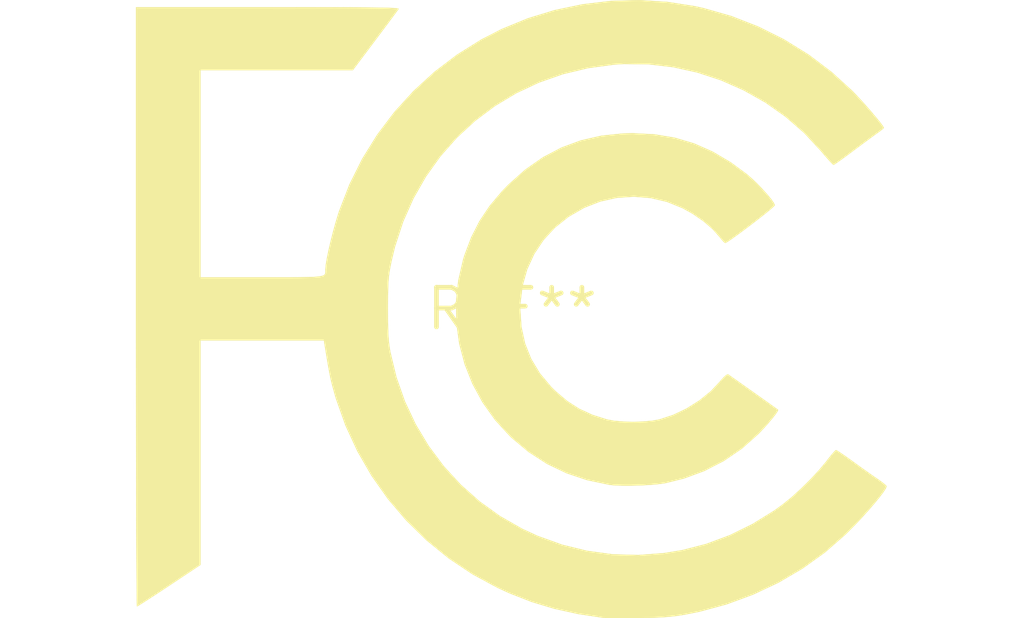
<source format=kicad_pcb>
(kicad_pcb (version 20240108) (generator pcbnew)
  (layers (0 "F.Cu" signal) (31 "B.Cu" signal) (34 "B.Paste" user) (35 "F.Paste" user) (36 "B.SilkS" user "B.Silkscreen") (37 "F.SilkS" user "F.Silkscreen") (38 "B.Mask" user) (39 "F.Mask" user) (44 "Edge.Cuts" user))
  (net 0 "")
  (footprint "FCC-Logo_24.2x20mm_SilkScreen" (layer "F.Cu") (at 0 0)
    (property "Reference" "REF**")
    (property "Value" "FCC-Logo_24.2x20mm_SilkScreen")
    (fp_poly (pts (xy 4.559009 -5.592567) (xy 5.210669 -5.484309) (xy 5.830642 -5.300125) (xy 6.427466 -5.036944) (xy 7.009678 -4.691694) (xy 7.522825 -4.312624) (xy 7.679582 -4.176942) (xy 7.847266 -4.016474) (xy 8.013462 -3.845019) (xy 8.165756 -3.676374) (xy 8.291733 -3.52434) (xy 8.378979 -3.402714) (xy 8.415079 -3.325296) (xy 8.415398 -3.320537) (xy 8.381839 -3.280743) (xy 8.289365 -3.198821) (xy 8.150278 -3.084145) (xy 7.976881 -2.94609) (xy 7.781476 -2.794029) (xy 7.576367 -2.637338) (xy 7.373856 -2.48539) (xy 7.186246 -2.347559) (xy 7.02584 -2.233221) (xy 6.90494 -2.151749) (xy 6.835849 -2.112517) (xy 6.827199 -2.110381) (xy 6.781586 -2.143565) (xy 6.706704 -2.227173) (xy 6.657612 -2.290643) (xy 6.431584 -2.547209) (xy 6.137722 -2.801893) (xy 5.795106 -3.039741) (xy 5.466235 -3.224348) (xy 4.963082 -3.428698) (xy 4.436023 -3.552448) (xy 3.896307 -3.595547) (xy 3.355187 -3.557947) (xy 2.823914 -3.439597) (xy 2.313738 -3.240449) (xy 2.309244 -3.238273) (xy 1.812064 -2.951235) (xy 1.377845 -2.605266) (xy 1.009945 -2.205705) (xy 0.711722 -1.75789) (xy 0.486532 -1.26716) (xy 0.337735 -0.738852) (xy 0.268688 -0.178306) (xy 0.263975 0.013297) (xy 0.302166 0.582378) (xy 0.418424 1.111893) (xy 0.614124 1.605039) (xy 0.890646 2.065013) (xy 1.249367 2.495012) (xy 1.396177 2.64052) (xy 1.76793 2.95556) (xy 2.15304 3.203587) (xy 2.575063 3.397588) (xy 3.037497 3.54524) (xy 3.270483 3.588342) (xy 3.561283 3.613911) (xy 3.88159 3.621948) (xy 4.203094 3.612452) (xy 4.497486 3.585423) (xy 4.719321 3.545252) (xy 5.156875 3.401385) (xy 5.591883 3.193272) (xy 6.002693 2.934397) (xy 6.367651 2.638239) (xy 6.640603 2.349009) (xy 6.763494 2.208407) (xy 6.858356 2.12184) (xy 6.915185 2.098276) (xy 6.918515 2.099808) (xy 6.963579 2.130933) (xy 7.067367 2.203888) (xy 7.217 2.309533) (xy 7.399599 2.438734) (xy 7.602285 2.582353) (xy 7.81218 2.731252) (xy 8.016403 2.876296) (xy 8.202077 3.008347) (xy 8.356321 3.118269) (xy 8.466257 3.196924) (xy 8.519006 3.235176) (xy 8.520432 3.236265) (xy 8.507876 3.278158) (xy 8.446226 3.370281) (xy 8.346679 3.498919) (xy 8.220432 3.65035) (xy 8.078682 3.810858) (xy 7.932626 3.966724) (xy 7.883251 4.01695) (xy 7.359822 4.480236) (xy 6.785157 4.873526) (xy 6.164852 5.193869) (xy 5.5045 5.438313) (xy 4.910979 5.585165) (xy 4.6978 5.616301) (xy 4.428002 5.640723) (xy 4.126278 5.657672) (xy 3.817316 5.666395) (xy 3.525807 5.666133) (xy 3.276442 5.65613) (xy 3.120069 5.640028) (xy 2.405969 5.489948) (xy 1.738107 5.265476) (xy 1.114155 4.96547) (xy 0.531781 4.58879) (xy -0.011344 4.134294) (xy -0.072304 4.076104) (xy -0.543711 3.560838) (xy -0.942863 3.000587) (xy -1.267988 2.402473) (xy -1.517314 1.773617) (xy -1.689071 1.121143) (xy -1.781487 0.452173) (xy -1.792791 -0.226172) (xy -1.72121 -0.906768) (xy -1.564975 -1.582494) (xy -1.517523 -1.73451) (xy -1.301608 -2.30163) (xy -1.038992 -2.816048) (xy -0.718042 -3.296396) (xy -0.327127 -3.761305) (xy -0.115589 -3.980106) (xy 0.420343 -4.458307) (xy 0.98389 -4.853305) (xy 1.577444 -5.166092) (xy 2.203401 -5.397656) (xy 2.864153 -5.54899) (xy 3.562094 -5.621082) (xy 3.867128 -5.62797) (xy 4.559009 -5.592567)) (layer "F.SilkS") (stroke (width 0.01)) (fill solid))
    (fp_poly (pts (xy 4.970906 -9.836868) (xy 5.859971 -9.698157) (xy 6.130276 -9.638453) (xy 7.023353 -9.3826) (xy 7.886799 -9.046236) (xy 8.714198 -8.632933) (xy 9.499135 -8.146259) (xy 10.235192 -7.589786) (xy 10.896803 -6.986289) (xy 11.037781 -6.840506) (xy 11.196004 -6.669098) (xy 11.360754 -6.484624) (xy 11.521314 -6.299646) (xy 11.666965 -6.126724) (xy 11.78699 -5.978419) (xy 11.87067 -5.867291) (xy 11.907289 -5.805901) (xy 11.908058 -5.801165) (xy 11.874585 -5.765536) (xy 11.789895 -5.698739) (xy 11.721293 -5.649483) (xy 11.623043 -5.579176) (xy 11.471126 -5.468059) (xy 11.282013 -5.328287) (xy 11.072175 -5.172014) (xy 10.932295 -5.067217) (xy 10.732621 -4.918665) (xy 10.556833 -4.79057) (xy 10.417071 -4.691561) (xy 10.325475 -4.630269) (xy 10.295098 -4.614192) (xy 10.25587 -4.646177) (xy 10.172695 -4.733673) (xy 10.057074 -4.864005) (xy 9.920507 -5.024495) (xy 9.89407 -5.056231) (xy 9.356558 -5.635882) (xy 8.7595 -6.155905) (xy 8.11084 -6.612977) (xy 7.418519 -7.003775) (xy 6.690477 -7.324975) (xy 5.934658 -7.573253) (xy 5.159003 -7.745287) (xy 4.371452 -7.837752) (xy 3.579949 -7.847326) (xy 3.271267 -7.82782) (xy 2.435367 -7.714586) (xy 1.631576 -7.521646) (xy 0.863964 -7.252591) (xy 0.136601 -6.911011) (xy -0.546442 -6.500499) (xy -1.181094 -6.024643) (xy -1.763285 -5.487037) (xy -2.288944 -4.891269) (xy -2.754001 -4.240932) (xy -3.154386 -3.539617) (xy -3.486027 -2.790913) (xy -3.744854 -1.998413) (xy -3.855666 -1.540627) (xy -3.895314 -1.347084) (xy -3.925009 -1.177982) (xy -3.946203 -1.01486) (xy -3.960348 -0.839257) (xy -3.968894 -0.632711) (xy -3.973293 -0.376761) (xy -3.974996 -0.052946) (xy -3.975063 -0.021972) (xy -3.973986 0.342062) (xy -3.968486 0.635515) (xy -3.957581 0.875629) (xy -3.940289 1.079644) (xy -3.915629 1.264803) (xy -3.894988 1.384256) (xy -3.701166 2.191464) (xy -3.429118 2.966056) (xy -3.082913 3.70295) (xy -2.666616 4.397064) (xy -2.184294 5.043316) (xy -1.640014 5.636623) (xy -1.037843 6.171903) (xy -0.381848 6.644072) (xy 0.323906 7.04805) (xy 0.820159 7.277023) (xy 1.606356 7.559997) (xy 2.408198 7.75679) (xy 3.222664 7.867107) (xy 4.046735 7.89065) (xy 4.87739 7.827125) (xy 5.456357 7.731658) (xy 6.218831 7.534801) (xy 6.969773 7.255178) (xy 7.697942 6.89791) (xy 8.392097 6.468119) (xy 8.671693 6.266537) (xy 8.943506 6.045518) (xy 9.238689 5.778105) (xy 9.534646 5.486769) (xy 9.808783 5.193977) (xy 10.038501 4.9222) (xy 10.087463 4.858685) (xy 10.199428 4.714843) (xy 10.294038 4.602347) (xy 10.357837 4.53675) (xy 10.374982 4.526298) (xy 10.422216 4.550906) (xy 10.526159 4.618451) (xy 10.672929 4.719517) (xy 10.848641 4.844685) (xy 10.909467 4.888841) (xy 11.12236 5.042833) (xy 11.340456 5.198439) (xy 11.538947 5.338083) (xy 11.693019 5.444189) (xy 11.700354 5.449135) (xy 11.837399 5.545927) (xy 11.940695 5.627507) (xy 11.992584 5.679648) (xy 11.995494 5.686918) (xy 11.967349 5.759453) (xy 11.885654 5.884028) (xy 11.75902 6.050551) (xy 11.596055 6.248928) (xy 11.405369 6.469066) (xy 11.195572 6.70087) (xy 10.975275 6.934248) (xy 10.753085 7.159106) (xy 10.673264 7.237018) (xy 10.017469 7.810251) (xy 9.301229 8.324269) (xy 8.532426 8.77514) (xy 7.718942 9.158931) (xy 6.86866 9.471709) (xy 5.989459 9.709541) (xy 5.537024 9.79991) (xy 5.298323 9.837818) (xy 5.058971 9.86611) (xy 4.798263 9.886309) (xy 4.495497 9.899937) (xy 4.12997 9.908519) (xy 4.042906 9.909828) (xy 3.753497 9.912903) (xy 3.485094 9.913994) (xy 3.253286 9.913177) (xy 3.073661 9.910527) (xy 2.961807 9.90612) (xy 2.94429 9.904526) (xy 2.120619 9.780954) (xy 1.355929 9.612447) (xy 0.630636 9.393469) (xy -0.074844 9.11848) (xy -0.461419 8.941397) (xy -1.268532 8.504549) (xy -2.027044 7.996843) (xy -2.73299 7.42313) (xy -3.382407 6.788262) (xy -3.971329 6.097092) (xy -4.495794 5.354471) (xy -4.951836 4.565251) (xy -5.335492 3.734283) (xy -5.642798 2.866421) (xy -5.756209 2.4609) (xy -5.788637 2.329685) (xy -5.819099 2.193422) (xy -5.85044 2.036924) (xy -5.885506 1.845006) (xy -5.92714 1.602485) (xy -5.978189 1.294173) (xy -6.001146 1.153547) (xy -6.024398 1.010727) (xy -9.975433 1.010727) (xy -9.975433 8.204293) (xy -10.976125 8.87014) (xy -11.2399 9.044903) (xy -11.479949 9.202515) (xy -11.686535 9.336698) (xy -11.849922 9.441174) (xy -11.960372 9.509665) (xy -12.008148 9.535893) (xy -12.008824 9.535986) (xy -12.011864 9.492705) (xy -12.014826 9.365515) (xy -12.017696 9.158395) (xy -12.020461 8.875327) (xy -12.023108 8.52029) (xy -12.025624 8.097265) (xy -12.027995 7.610231) (xy -12.030208 7.063169) (xy -12.03225 6.460059) (xy -12.034107 5.804881) (xy -12.035766 5.101615) (xy -12.037215 4.354241) (xy -12.038439 3.56674) (xy -12.039425 2.743092) (xy -12.040161 1.887276) (xy -12.040632 1.003273) (xy -12.040826 0.095063) (xy -12.040831 -0.065917) (xy -12.040831 -9.66782) (xy -7.819552 -9.66782) (xy -7.092441 -9.667616) (xy -6.448846 -9.666965) (xy -5.884394 -9.665811) (xy -5.394714 -9.664096) (xy -4.975433 -9.661762) (xy -4.622179 -9.658753) (xy -4.330579 -9.65501) (xy -4.096261 -9.650477) (xy -3.914853 -9.645096) (xy -3.781982 -9.63881) (xy -3.693276 -9.631562) (xy -3.644363 -9.623293) (xy -3.630871 -9.613948) (xy -3.631339 -9.612889) (xy -3.665616 -9.564346) (xy -3.745525 -9.455287) (xy -3.863853 -9.295428) (xy -4.013387 -9.094483) (xy -4.186915 -8.862166) (xy -4.377226 -8.608191) (xy -4.38175 -8.602163) (xy -5.099096 -7.646367) (xy -9.975433 -7.646367) (xy -9.975433 -1.010727) (xy -8.002626 -1.010727) (xy -7.527559 -1.01057) (xy -7.132944 -1.010714) (xy -6.811347 -1.012079) (xy -6.555332 -1.015585) (xy -6.357465 -1.022152) (xy -6.210311 -1.0327) (xy -6.106435 -1.048149) (xy -6.038403 -1.06942) (xy -5.998779 -1.097432) (xy -5.980128 -1.133105) (xy -5.975017 -1.177361) (xy -5.976009 -1.231118) (xy -5.976471 -1.261481) (xy -5.963992 -1.403765) (xy -5.929287 -1.612473) (xy -5.876458 -1.870173) (xy -5.809604 -2.159435) (xy -5.732826 -2.462828) (xy -5.650225 -2.762923) (xy -5.5659 -3.042287) (xy -5.535822 -3.134694) (xy -5.205503 -3.989005) (xy -4.798104 -4.805442) (xy -4.318029 -5.579068) (xy -3.769682 -6.304944) (xy -3.157468 -6.978134) (xy -2.485791 -7.593698) (xy -1.759054 -8.1467) (xy -0.981664 -8.632202) (xy -0.336344 -8.963961) (xy 0.499469 -9.307696) (xy 1.366907 -9.573396) (xy 2.256868 -9.760113) (xy 3.160255 -9.866896) (xy 4.067968 -9.892797) (xy 4.970906 -9.836868)) (layer "F.SilkS") (stroke (width 0.01)) (fill solid))
  )
)
</source>
